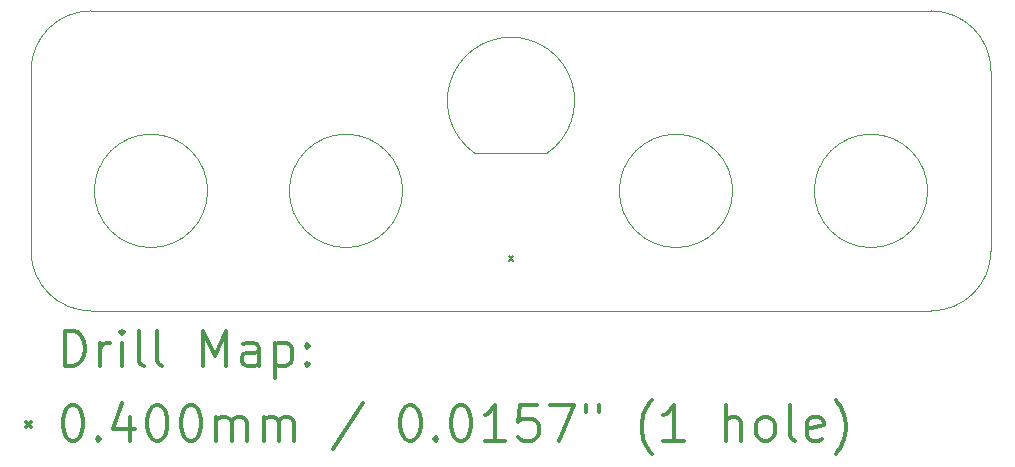
<source format=gbr>
%FSLAX45Y45*%
G04 Gerber Fmt 4.5, Leading zero omitted, Abs format (unit mm)*
G04 Created by KiCad (PCBNEW 5.1.10-88a1d61d58~88~ubuntu20.04.1) date 2021-06-29 16:33:35*
%MOMM*%
%LPD*%
G01*
G04 APERTURE LIST*
%TA.AperFunction,Profile*%
%ADD10C,0.050000*%
%TD*%
%ADD11C,0.200000*%
%ADD12C,0.300000*%
G04 APERTURE END LIST*
D10*
X11379200Y-4762500D02*
G75*
G02*
X11988800Y-4762500I304800J444500D01*
G01*
X11988800Y-4762500D02*
X11379200Y-4762500D01*
X13561000Y-5080000D02*
G75*
G03*
X13561000Y-5080000I-480000J0D01*
G01*
X15212000Y-5080000D02*
G75*
G03*
X15212000Y-5080000I-480000J0D01*
G01*
X10767000Y-5080000D02*
G75*
G03*
X10767000Y-5080000I-480000J0D01*
G01*
X9116000Y-5080000D02*
G75*
G03*
X9116000Y-5080000I-480000J0D01*
G01*
X15240000Y-3556000D02*
G75*
G02*
X15748000Y-4064000I0J-508000D01*
G01*
X15748000Y-5588000D02*
G75*
G02*
X15240000Y-6096000I-508000J0D01*
G01*
X8128000Y-6096000D02*
G75*
G02*
X7620000Y-5588000I0J508000D01*
G01*
X7620000Y-4064000D02*
G75*
G02*
X8128000Y-3556000I508000J0D01*
G01*
X15240000Y-3556000D02*
X8128000Y-3556000D01*
X15748000Y-5588000D02*
X15748000Y-4064000D01*
X8128000Y-6096000D02*
X15240000Y-6096000D01*
X7620000Y-4064000D02*
X7620000Y-5588000D01*
D11*
X11664000Y-5631500D02*
X11704000Y-5671500D01*
X11704000Y-5631500D02*
X11664000Y-5671500D01*
D12*
X7903928Y-6564214D02*
X7903928Y-6264214D01*
X7975357Y-6264214D01*
X8018214Y-6278500D01*
X8046786Y-6307071D01*
X8061071Y-6335643D01*
X8075357Y-6392786D01*
X8075357Y-6435643D01*
X8061071Y-6492786D01*
X8046786Y-6521357D01*
X8018214Y-6549929D01*
X7975357Y-6564214D01*
X7903928Y-6564214D01*
X8203928Y-6564214D02*
X8203928Y-6364214D01*
X8203928Y-6421357D02*
X8218214Y-6392786D01*
X8232500Y-6378500D01*
X8261071Y-6364214D01*
X8289643Y-6364214D01*
X8389643Y-6564214D02*
X8389643Y-6364214D01*
X8389643Y-6264214D02*
X8375357Y-6278500D01*
X8389643Y-6292786D01*
X8403928Y-6278500D01*
X8389643Y-6264214D01*
X8389643Y-6292786D01*
X8575357Y-6564214D02*
X8546786Y-6549929D01*
X8532500Y-6521357D01*
X8532500Y-6264214D01*
X8732500Y-6564214D02*
X8703928Y-6549929D01*
X8689643Y-6521357D01*
X8689643Y-6264214D01*
X9075357Y-6564214D02*
X9075357Y-6264214D01*
X9175357Y-6478500D01*
X9275357Y-6264214D01*
X9275357Y-6564214D01*
X9546786Y-6564214D02*
X9546786Y-6407071D01*
X9532500Y-6378500D01*
X9503928Y-6364214D01*
X9446786Y-6364214D01*
X9418214Y-6378500D01*
X9546786Y-6549929D02*
X9518214Y-6564214D01*
X9446786Y-6564214D01*
X9418214Y-6549929D01*
X9403928Y-6521357D01*
X9403928Y-6492786D01*
X9418214Y-6464214D01*
X9446786Y-6449929D01*
X9518214Y-6449929D01*
X9546786Y-6435643D01*
X9689643Y-6364214D02*
X9689643Y-6664214D01*
X9689643Y-6378500D02*
X9718214Y-6364214D01*
X9775357Y-6364214D01*
X9803928Y-6378500D01*
X9818214Y-6392786D01*
X9832500Y-6421357D01*
X9832500Y-6507071D01*
X9818214Y-6535643D01*
X9803928Y-6549929D01*
X9775357Y-6564214D01*
X9718214Y-6564214D01*
X9689643Y-6549929D01*
X9961071Y-6535643D02*
X9975357Y-6549929D01*
X9961071Y-6564214D01*
X9946786Y-6549929D01*
X9961071Y-6535643D01*
X9961071Y-6564214D01*
X9961071Y-6378500D02*
X9975357Y-6392786D01*
X9961071Y-6407071D01*
X9946786Y-6392786D01*
X9961071Y-6378500D01*
X9961071Y-6407071D01*
X7577500Y-7038500D02*
X7617500Y-7078500D01*
X7617500Y-7038500D02*
X7577500Y-7078500D01*
X7961071Y-6894214D02*
X7989643Y-6894214D01*
X8018214Y-6908500D01*
X8032500Y-6922786D01*
X8046786Y-6951357D01*
X8061071Y-7008500D01*
X8061071Y-7079929D01*
X8046786Y-7137071D01*
X8032500Y-7165643D01*
X8018214Y-7179929D01*
X7989643Y-7194214D01*
X7961071Y-7194214D01*
X7932500Y-7179929D01*
X7918214Y-7165643D01*
X7903928Y-7137071D01*
X7889643Y-7079929D01*
X7889643Y-7008500D01*
X7903928Y-6951357D01*
X7918214Y-6922786D01*
X7932500Y-6908500D01*
X7961071Y-6894214D01*
X8189643Y-7165643D02*
X8203928Y-7179929D01*
X8189643Y-7194214D01*
X8175357Y-7179929D01*
X8189643Y-7165643D01*
X8189643Y-7194214D01*
X8461071Y-6994214D02*
X8461071Y-7194214D01*
X8389643Y-6879929D02*
X8318214Y-7094214D01*
X8503928Y-7094214D01*
X8675357Y-6894214D02*
X8703928Y-6894214D01*
X8732500Y-6908500D01*
X8746786Y-6922786D01*
X8761071Y-6951357D01*
X8775357Y-7008500D01*
X8775357Y-7079929D01*
X8761071Y-7137071D01*
X8746786Y-7165643D01*
X8732500Y-7179929D01*
X8703928Y-7194214D01*
X8675357Y-7194214D01*
X8646786Y-7179929D01*
X8632500Y-7165643D01*
X8618214Y-7137071D01*
X8603928Y-7079929D01*
X8603928Y-7008500D01*
X8618214Y-6951357D01*
X8632500Y-6922786D01*
X8646786Y-6908500D01*
X8675357Y-6894214D01*
X8961071Y-6894214D02*
X8989643Y-6894214D01*
X9018214Y-6908500D01*
X9032500Y-6922786D01*
X9046786Y-6951357D01*
X9061071Y-7008500D01*
X9061071Y-7079929D01*
X9046786Y-7137071D01*
X9032500Y-7165643D01*
X9018214Y-7179929D01*
X8989643Y-7194214D01*
X8961071Y-7194214D01*
X8932500Y-7179929D01*
X8918214Y-7165643D01*
X8903928Y-7137071D01*
X8889643Y-7079929D01*
X8889643Y-7008500D01*
X8903928Y-6951357D01*
X8918214Y-6922786D01*
X8932500Y-6908500D01*
X8961071Y-6894214D01*
X9189643Y-7194214D02*
X9189643Y-6994214D01*
X9189643Y-7022786D02*
X9203928Y-7008500D01*
X9232500Y-6994214D01*
X9275357Y-6994214D01*
X9303928Y-7008500D01*
X9318214Y-7037071D01*
X9318214Y-7194214D01*
X9318214Y-7037071D02*
X9332500Y-7008500D01*
X9361071Y-6994214D01*
X9403928Y-6994214D01*
X9432500Y-7008500D01*
X9446786Y-7037071D01*
X9446786Y-7194214D01*
X9589643Y-7194214D02*
X9589643Y-6994214D01*
X9589643Y-7022786D02*
X9603928Y-7008500D01*
X9632500Y-6994214D01*
X9675357Y-6994214D01*
X9703928Y-7008500D01*
X9718214Y-7037071D01*
X9718214Y-7194214D01*
X9718214Y-7037071D02*
X9732500Y-7008500D01*
X9761071Y-6994214D01*
X9803928Y-6994214D01*
X9832500Y-7008500D01*
X9846786Y-7037071D01*
X9846786Y-7194214D01*
X10432500Y-6879929D02*
X10175357Y-7265643D01*
X10818214Y-6894214D02*
X10846786Y-6894214D01*
X10875357Y-6908500D01*
X10889643Y-6922786D01*
X10903928Y-6951357D01*
X10918214Y-7008500D01*
X10918214Y-7079929D01*
X10903928Y-7137071D01*
X10889643Y-7165643D01*
X10875357Y-7179929D01*
X10846786Y-7194214D01*
X10818214Y-7194214D01*
X10789643Y-7179929D01*
X10775357Y-7165643D01*
X10761071Y-7137071D01*
X10746786Y-7079929D01*
X10746786Y-7008500D01*
X10761071Y-6951357D01*
X10775357Y-6922786D01*
X10789643Y-6908500D01*
X10818214Y-6894214D01*
X11046786Y-7165643D02*
X11061071Y-7179929D01*
X11046786Y-7194214D01*
X11032500Y-7179929D01*
X11046786Y-7165643D01*
X11046786Y-7194214D01*
X11246786Y-6894214D02*
X11275357Y-6894214D01*
X11303928Y-6908500D01*
X11318214Y-6922786D01*
X11332500Y-6951357D01*
X11346786Y-7008500D01*
X11346786Y-7079929D01*
X11332500Y-7137071D01*
X11318214Y-7165643D01*
X11303928Y-7179929D01*
X11275357Y-7194214D01*
X11246786Y-7194214D01*
X11218214Y-7179929D01*
X11203928Y-7165643D01*
X11189643Y-7137071D01*
X11175357Y-7079929D01*
X11175357Y-7008500D01*
X11189643Y-6951357D01*
X11203928Y-6922786D01*
X11218214Y-6908500D01*
X11246786Y-6894214D01*
X11632500Y-7194214D02*
X11461071Y-7194214D01*
X11546786Y-7194214D02*
X11546786Y-6894214D01*
X11518214Y-6937071D01*
X11489643Y-6965643D01*
X11461071Y-6979929D01*
X11903928Y-6894214D02*
X11761071Y-6894214D01*
X11746786Y-7037071D01*
X11761071Y-7022786D01*
X11789643Y-7008500D01*
X11861071Y-7008500D01*
X11889643Y-7022786D01*
X11903928Y-7037071D01*
X11918214Y-7065643D01*
X11918214Y-7137071D01*
X11903928Y-7165643D01*
X11889643Y-7179929D01*
X11861071Y-7194214D01*
X11789643Y-7194214D01*
X11761071Y-7179929D01*
X11746786Y-7165643D01*
X12018214Y-6894214D02*
X12218214Y-6894214D01*
X12089643Y-7194214D01*
X12318214Y-6894214D02*
X12318214Y-6951357D01*
X12432500Y-6894214D02*
X12432500Y-6951357D01*
X12875357Y-7308500D02*
X12861071Y-7294214D01*
X12832500Y-7251357D01*
X12818214Y-7222786D01*
X12803928Y-7179929D01*
X12789643Y-7108500D01*
X12789643Y-7051357D01*
X12803928Y-6979929D01*
X12818214Y-6937071D01*
X12832500Y-6908500D01*
X12861071Y-6865643D01*
X12875357Y-6851357D01*
X13146786Y-7194214D02*
X12975357Y-7194214D01*
X13061071Y-7194214D02*
X13061071Y-6894214D01*
X13032500Y-6937071D01*
X13003928Y-6965643D01*
X12975357Y-6979929D01*
X13503928Y-7194214D02*
X13503928Y-6894214D01*
X13632500Y-7194214D02*
X13632500Y-7037071D01*
X13618214Y-7008500D01*
X13589643Y-6994214D01*
X13546786Y-6994214D01*
X13518214Y-7008500D01*
X13503928Y-7022786D01*
X13818214Y-7194214D02*
X13789643Y-7179929D01*
X13775357Y-7165643D01*
X13761071Y-7137071D01*
X13761071Y-7051357D01*
X13775357Y-7022786D01*
X13789643Y-7008500D01*
X13818214Y-6994214D01*
X13861071Y-6994214D01*
X13889643Y-7008500D01*
X13903928Y-7022786D01*
X13918214Y-7051357D01*
X13918214Y-7137071D01*
X13903928Y-7165643D01*
X13889643Y-7179929D01*
X13861071Y-7194214D01*
X13818214Y-7194214D01*
X14089643Y-7194214D02*
X14061071Y-7179929D01*
X14046786Y-7151357D01*
X14046786Y-6894214D01*
X14318214Y-7179929D02*
X14289643Y-7194214D01*
X14232500Y-7194214D01*
X14203928Y-7179929D01*
X14189643Y-7151357D01*
X14189643Y-7037071D01*
X14203928Y-7008500D01*
X14232500Y-6994214D01*
X14289643Y-6994214D01*
X14318214Y-7008500D01*
X14332500Y-7037071D01*
X14332500Y-7065643D01*
X14189643Y-7094214D01*
X14432500Y-7308500D02*
X14446786Y-7294214D01*
X14475357Y-7251357D01*
X14489643Y-7222786D01*
X14503928Y-7179929D01*
X14518214Y-7108500D01*
X14518214Y-7051357D01*
X14503928Y-6979929D01*
X14489643Y-6937071D01*
X14475357Y-6908500D01*
X14446786Y-6865643D01*
X14432500Y-6851357D01*
M02*

</source>
